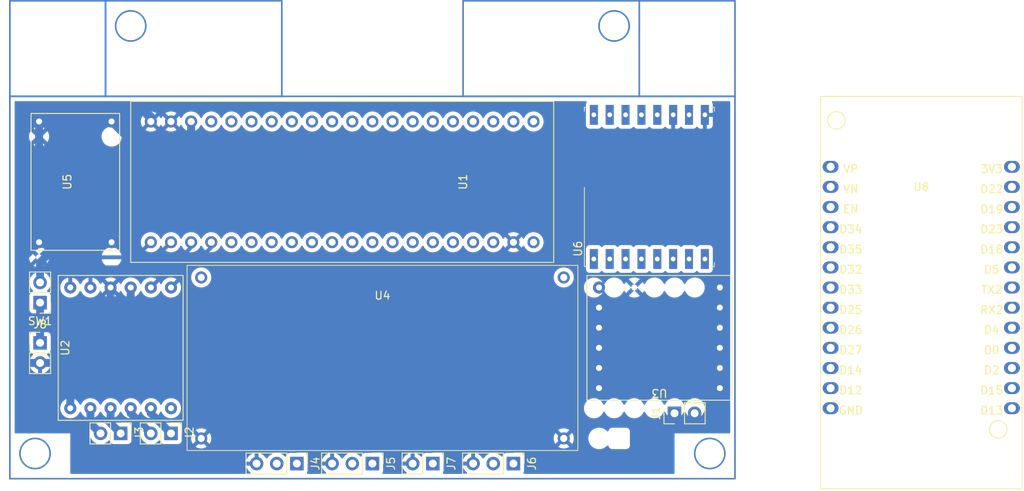
<source format=kicad_pcb>
(kicad_pcb (version 20221018) (generator pcbnew)
  (layers (0 "F.Cu" signal) (31 "B.Cu" signal) (34 "B.Paste" user) (35 "F.Paste" user) (36 "B.SilkS" user "B.Silkscreen") (37 "F.SilkS" user "F.Silkscreen") (38 "B.Mask" user) (39 "F.Mask" user) (44 "Edge.Cuts" user))
  (net 0 "")
  (net 1 "Net-(J1-Pin_1)")
  (net 2 "Net-(J1-Pin_2)")
  (net 3 "Net-(J2-Pin_1)")
  (net 4 "Net-(J2-Pin_2)")
  (net 5 "Net-(J3-Pin_1)")
  (net 6 "Net-(J3-Pin_2)")
  (net 7 "/SERVO 1")
  (net 8 "/+BATT SW")
  (net 9 "GND")
  (net 10 "/SERVO 2")
  (net 11 "/ESC")
  (net 13 "+BATT")
  (net 14 "+3V3")
  (net 17 "/M B1")
  (net 18 "/M B2")
  (net 19 "/M C1")
  (net 20 "/M C2")
  (net 21 "/NSS")
  (net 22 "/SCK")
  (net 23 "/MISO")
  (net 24 "/MOSI")
  (net 30 "/AUX")
  (net 31 "/INTER")
  (net 32 "/RESET")
  (net 36 "/SLEEP")
  (net 37 "/M A1")
  (net 38 "/M A2")
  (net 41 "+12V")
  (footprint "Connector_PinHeader_2.54mm:PinHeader_1x03_P2.54mm_Vertical" (layer "F.Cu") (at 104.775 118.11 -90)
    (fp_text reference "J4" (at 0 -2.33 90) (layer "F.SilkS"))
    (fp_text value "Servo")
    (fp_line (start -1.33 -1.33) (end 0 -1.33) (stroke (width 0.12)) (layer "F.SilkS"))
    (fp_line (start -1.33 0) (end -1.33 -1.33) (stroke (width 0.12)) (layer "F.SilkS"))
    (fp_line (start -1.33 1.27) (end -1.33 6.41) (stroke (width 0.12)) (layer "F.SilkS"))
    (fp_line (start -1.33 1.27) (end 1.33 1.27) (stroke (width 0.12)) (layer "F.SilkS"))
    (fp_line (start -1.33 6.41) (end 1.33 6.41) (stroke (width 0.12)) (layer "F.SilkS"))
    (fp_line (start 1.33 1.27) (end 1.33 6.41) (stroke (width 0.12)) (layer "F.SilkS"))
    (pad "1" thru_hole rect (at 0 0 270) (size 1.7 1.7) (drill 1) (layers "*.Cu" "*.Mask") (net 7 "/SERVO 1"))
    (pad "2" thru_hole oval (at 0 2.54 270) (size 1.7 1.7) (drill 1) (layers "*.Cu" "*.Mask") (net 8 "/+BATT SW"))
    (pad "3" thru_hole oval (at 0 5.08 270) (size 1.7 1.7) (drill 1) (layers "*.Cu" "*.Mask") (net 9 "GND"))
  )
  (footprint "Connector_PinHeader_2.54mm:PinHeader_1x03_P2.54mm_Vertical" (layer "F.Cu") (at 114.3 118.11 -90)
    (fp_text reference "J5" (at 0 -2.33 90) (layer "F.SilkS"))
    (fp_text value "Servo")
    (fp_line (start -1.33 -1.33) (end 0 -1.33) (stroke (width 0.12)) (layer "F.SilkS"))
    (fp_line (start -1.33 0) (end -1.33 -1.33) (stroke (width 0.12)) (layer "F.SilkS"))
    (fp_line (start -1.33 1.27) (end -1.33 6.41) (stroke (width 0.12)) (layer "F.SilkS"))
    (fp_line (start -1.33 1.27) (end 1.33 1.27) (stroke (width 0.12)) (layer "F.SilkS"))
    (fp_line (start -1.33 6.41) (end 1.33 6.41) (stroke (width 0.12)) (layer "F.SilkS"))
    (fp_line (start 1.33 1.27) (end 1.33 6.41) (stroke (width 0.12)) (layer "F.SilkS"))
    (pad "1" thru_hole rect (at 0 0 270) (size 1.7 1.7) (drill 1) (layers "*.Cu" "*.Mask") (net 10 "/SERVO 2"))
    (pad "2" thru_hole oval (at 0 2.54 270) (size 1.7 1.7) (drill 1) (layers "*.Cu" "*.Mask") (net 8 "/+BATT SW"))
    (pad "3" thru_hole oval (at 0 5.08 270) (size 1.7 1.7) (drill 1) (layers "*.Cu" "*.Mask") (net 9 "GND"))
  )
  (footprint "Connector_PinHeader_2.54mm:PinHeader_1x02_P2.54mm_Vertical" (layer "F.Cu") (at 72.39 97.795 180)
    (fp_text reference "SW1" (at 0 -2.33) (layer "F.SilkS"))
    (fp_text value "MAIN_CUTOFF")
    (fp_line (start -1.33 -1.33) (end 0 -1.33) (stroke (width 0.12)) (layer "F.SilkS"))
    (fp_line (start -1.33 0) (end -1.33 -1.33) (stroke (width 0.12)) (layer "F.SilkS"))
    (fp_line (start -1.33 1.27) (end -1.33 3.87) (stroke (width 0.12)) (layer "F.SilkS"))
    (fp_line (start -1.33 1.27) (end 1.33 1.27) (stroke (width 0.12)) (layer "F.SilkS"))
    (fp_line (start -1.33 3.87) (end 1.33 3.87) (stroke (width 0.12)) (layer "F.SilkS"))
    (fp_line (start 1.33 1.27) (end 1.33 3.87) (stroke (width 0.12)) (layer "F.SilkS"))
    (pad "1" thru_hole rect (at 0 0 180) (size 1.7 1.7) (drill 1) (layers "*.Cu" "*.Mask") (net 13 "+BATT"))
    (pad "2" thru_hole oval (at 0 2.54 180) (size 1.7 1.7) (drill 1) (layers "*.Cu" "*.Mask") (net 8 "/+BATT SW"))
  )
  (footprint "Connector_PinHeader_2.54mm:PinHeader_1x02_P2.54mm_Vertical" (layer "F.Cu") (at 152.395 111.76 90)
    (fp_text reference "J1" (at 0 -2.33 90) (layer "F.SilkS"))
    (fp_text value "Motor_C")
    (fp_line (start -1.33 -1.33) (end 0 -1.33) (stroke (width 0.12)) (layer "F.SilkS"))
    (fp_line (start -1.33 0) (end -1.33 -1.33) (stroke (width 0.12)) (layer "F.SilkS"))
    (fp_line (start -1.33 1.27) (end -1.33 3.87) (stroke (width 0.12)) (layer "F.SilkS"))
    (fp_line (start -1.33 1.27) (end 1.33 1.27) (stroke (width 0.12)) (layer "F.SilkS"))
    (fp_line (start -1.33 3.87) (end 1.33 3.87) (stroke (width 0.12)) (layer "F.SilkS"))
    (fp_line (start 1.33 1.27) (end 1.33 3.87) (stroke (width 0.12)) (layer "F.SilkS"))
    (pad "1" thru_hole rect (at 0 0 90) (size 1.7 1.7) (drill 1) (layers "*.Cu" "*.Mask") (net 1 "Net-(J1-Pin_1)"))
    (pad "2" thru_hole oval (at 0 2.54 90) (size 1.7 1.7) (drill 1) (layers "*.Cu" "*.Mask") (net 2 "Net-(J1-Pin_2)"))
  )
  (footprint "My_Library:XL60019 Boost Module" (layer "F.Cu") (at 115.57 104.521)
    (fp_text reference "U4" (at 0 -7.62 unlocked) (layer "F.SilkS"))
    (fp_text value "XL60019_Boost_Module")
    (fp_rect (start -24.638 -11.43) (end 24.638 11.938) (stroke (width 0.1)) (fill none) (layer "F.SilkS"))
    (pad "1" thru_hole circle (at -22.86 10.414) (size 1.524 1.524) (drill 0.9) (layers "*.Cu" "*.Mask") (net 9 "GND"))
    (pad "2" thru_hole circle (at -22.86 -9.906) (size 1.524 1.524) (drill 0.9) (layers "*.Cu" "*.Mask") (net 8 "/+BATT SW"))
    (pad "3" thru_hole circle (at 22.86 10.414) (size 1.524 1.524) (drill 0.9) (layers "*.Cu" "*.Mask") (net 9 "GND"))
    (pad "4" thru_hole circle (at 22.86 -9.906) (size 1.524 1.524) (drill 0.9) (layers "*.Cu" "*.Mask") (net 41 "+12V"))
  )
  (footprint "My_Library:HOPERF_RFM69HW" (layer "F.Cu") (at 149.225 83.185 90)
    (fp_text reference "U6" (at -7.8 -9 90) (layer "F.SilkS"))
    (fp_text value "RFM69HW")
    (fp_line (start -10.05 -8.2) (end -10.05 -7.8) (stroke (width 0.1)) (layer "F.SilkS"))
    (fp_line (start -10.05 -8.2) (end -0.05 -8.2) (stroke (width 0.1)) (layer "F.SilkS"))
    (fp_line (start -10.05 7.8) (end -10.05 8.2) (stroke (width 0.1)) (layer "F.SilkS"))
    (fp_line (start -10.05 8.2) (end -9.55 8.2) (stroke (width 0.1)) (layer "F.SilkS"))
    (fp_line (start 9.55 -8.2) (end 10.05 -8.2) (stroke (width 0.1)) (layer "F.SilkS"))
    (fp_line (start 9.55 8.2) (end 10.05 8.2) (stroke (width 0.1)) (layer "F.SilkS"))
    (fp_line (start 10.05 -8.2) (end 10.05 -7.8) (stroke (width 0.1)) (layer "F.SilkS"))
    (fp_line (start 10.05 7.8) (end 10.05 8.2) (stroke (width 0.1)) (layer "F.SilkS"))
    (pad "1" thru_hole rect (at -9.1 -7 90) (size 2.5 1) (drill 0.6) (layers "*.Cu" "*.Mask") (net 32 "/RESET"))
    (pad "2" thru_hole rect (at -9.1 -5 90) (size 2.5 1) (drill 0.6) (layers "*.Cu" "*.Mask") (net 31 "/INTER"))
    (pad "3" thru_hole rect (at -9.1 -3 90) (size 2.5 1) (drill 0.6) (layers "*.Cu" "*.Mask"))
    (pad "4" thru_hole rect (at -9.1 -1 90) (size 2.5 1) (drill 0.6) (layers "*.Cu" "*.Mask"))
    (pad "5" thru_hole rect (at -9.1 1 90) (size 2.5 1) (drill 0.6) (layers "*.Cu" "*.Mask"))
    (pad "6" thru_hole rect (at -9.1 3 90) (size 2.5 1) (drill 0.6) (layers "*.Cu" "*.Mask") (net 30 "/AUX"))
    (pad "7" thru_hole rect (at -9.1 5 90) (size 2.5 1) (drill 0.6) (layers "*.Cu" "*.Mask"))
    (pad "8" thru_hole rect (at -9.1 7 90) (size 2.5 1) (drill 0.6) (layers "*.Cu" "*.Mask") (net 14 "+3V3"))
    (pad "9" thru_hole rect (at 9.1 7 90) (size 2.5 1) (drill 0.6) (layers "*.Cu" "*.Mask") (net 9 "GND"))
    (pad "10" thru_hole rect (at 9.1 5 90) (size 2.5 1) (drill 0.6) (layers "*.Cu" "*.Mask"))
    (pad "11" thru_hole rect (at 9.1 3 90) (size 2.5 1) (drill 0.6) (layers "*.Cu" "*.Mask") (net 9 "GND"))
    (pad "12" thru_hole rect (at 9.1 1 90) (size 2.5 1) (drill 0.6) (layers "*.Cu" "*.Mask") (net 22 "/SCK"))
    (pad "13" thru_hole rect (at 9.1 -1 90) (size 2.5 1) (drill 0.6) (layers "*.Cu" "*.Mask") (net 23 "/MISO"))
    (pad "14" thru_hole rect (at 9.1 -3 90) (size 2.5 1) (drill 0.6) (layers "*.Cu" "*.Mask") (net 24 "/MOSI"))
    (pad "15" thru_hole rect (at 9.1 -5 90) (size 2.5 1) (drill 0.6) (layers "*.Cu" "*.Mask") (net 21 "/NSS"))
    (pad "16" thru_hole rect (at 9.1 -7 90) (size 2.5 1) (drill 0.6) (layers "*.Cu" "*.Mask"))
  )
  (footprint "Connector_PinHeader_2.54mm:PinHeader_1x02_P2.54mm_Vertical" (layer "F.Cu") (at 88.9 114.3 -90)
    (fp_text reference "J2" (at 0 -2.33 90) (layer "F.SilkS"))
    (fp_text value "Motor_B")
    (fp_line (start -1.33 -1.33) (end 0 -1.33) (stroke (width 0.12)) (layer "F.SilkS"))
    (fp_line (start -1.33 0) (end -1.33 -1.33) (stroke (width 0.12)) (layer "F.SilkS"))
    (fp_line (start -1.33 1.27) (end -1.33 3.87) (stroke (width 0.12)) (layer "F.SilkS"))
    (fp_line (start -1.33 1.27) (end 1.33 1.27) (stroke (width 0.12)) (layer "F.SilkS"))
    (fp_line (start -1.33 3.87) (end 1.33 3.87) (stroke (width 0.12)) (layer "F.SilkS"))
    (fp_line (start 1.33 1.27) (end 1.33 3.87) (stroke (width 0.12)) (layer "F.SilkS"))
    (pad "1" thru_hole rect (at 0 0 270) (size 1.7 1.7) (drill 1) (layers "*.Cu" "*.Mask") (net 3 "Net-(J2-Pin_1)"))
    (pad "2" thru_hole oval (at 0 2.54 270) (size 1.7 1.7) (drill 1) (layers "*.Cu" "*.Mask") (net 4 "Net-(J2-Pin_2)"))
  )
  (footprint "Connector_PinHeader_2.54mm:PinHeader_1x02_P2.54mm_Vertical" (layer "F.Cu") (at 82.555 114.3 -90)
    (fp_text reference "J3" (at 0 -2.33 90) (layer "F.SilkS"))
    (fp_text value "Motor_A")
    (fp_line (start -1.33 -1.33) (end 0 -1.33) (stroke (width 0.12)) (layer "F.SilkS"))
    (fp_line (start -1.33 0) (end -1.33 -1.33) (stroke (width 0.12)) (layer "F.SilkS"))
    (fp_line (start -1.33 1.27) (end -1.33 3.87) (stroke (width 0.12)) (layer "F.SilkS"))
    (fp_line (start -1.33 1.27) (end 1.33 1.27) (stroke (width 0.12)) (layer "F.SilkS"))
    (fp_line (start -1.33 3.87) (end 1.33 3.87) (stroke (width 0.12)) (layer "F.SilkS"))
    (fp_line (start 1.33 1.27) (end 1.33 3.87) (stroke (width 0.12)) (layer "F.SilkS"))
    (pad "1" thru_hole rect (at 0 0 270) (size 1.7 1.7) (drill 1) (layers "*.Cu" "*.Mask") (net 5 "Net-(J3-Pin_1)"))
    (pad "2" thru_hole oval (at 0 2.54 270) (size 1.7 1.7) (drill 1) (layers "*.Cu" "*.Mask") (net 6 "Net-(J3-Pin_2)"))
  )
  (footprint "My_Library:HW-627" (layer "F.Cu") (at 150.495 103.505 180)
    (fp_text reference "U3" (at 0 -5.715 180 unlocked) (layer "F.SilkS"))
    (fp_text value "~")
    (fp_rect (start -9.144 -6.604) (end 9.144 9.144) (stroke (width 0.12)) (fill none) (layer "F.SilkS"))
    (pad "1" thru_hole circle (at -7.62 -5.08 180) (size 1.524 1.524) (drill 0.762) (layers "*.Cu" "*.Mask") (net 41 "+12V"))
    (pad "2" thru_hole circle (at -7.62 -2.54 180) (size 1.524 1.524) (drill 0.762) (layers "*.Cu" "*.Mask") (net 2 "Net-(J1-Pin_2)"))
    (pad "3" thru_hole circle (at -7.62 0 180) (size 1.524 1.524) (drill 0.762) (layers "*.Cu" "*.Mask") (net 1 "Net-(J1-Pin_1)"))
    (pad "4" thru_hole circle (at -7.62 2.54 180) (size 1.524 1.524) (drill 0.762) (layers "*.Cu" "*.Mask"))
    (pad "5" thru_hole circle (at -7.62 5.08 180) (size 1.524 1.524) (drill 0.762) (layers "*.Cu" "*.Mask"))
    (pad "6" thru_hole circle (at -7.62 7.62 180) (size 1.524 1.524) (drill 0.762) (layers "*.Cu" "*.Mask"))
    (pad "7" thru_hole circle (at 7.62 7.62 180) (size 1.524 1.524) (drill 0.762) (layers "*.Cu" "*.Mask") (net 19 "/M C1"))
    (pad "8" thru_hole circle (at 7.62 5.08 180) (size 1.524 1.524) (drill 0.762) (layers "*.Cu" "*.Mask") (net 20 "/M C2"))
    (pad "9" thru_hole circle (at 7.62 2.54 180) (size 1.524 1.524) (drill 0.762) (layers "*.Cu" "*.Mask") (net 41 "+12V"))
    (pad "10" thru_hole circle (at 7.62 0 180) (size 1.524 1.524) (drill 0.762) (layers "*.Cu" "*.Mask") (net 9 "GND"))
    (pad "11" thru_hole circle (at 7.62 -2.54 180) (size 1.524 1.524) (drill 0.762) (layers "*.Cu" "*.Mask"))
    (pad "12" thru_hole circle (at 7.62 -5.08 180) (size 1.524 1.524) (drill 0.762) (layers "*.Cu" "*.Mask"))
  )
  (footprint "Connector_PinHeader_2.54mm:PinHeader_1x03_P2.54mm_Vertical" (layer "F.Cu") (at 132.08 118.11 -90)
    (fp_text reference "J6" (at 0 -2.33 90) (layer "F.SilkS"))
    (fp_text value "ESC")
    (fp_line (start -1.33 -1.33) (end 0 -1.33) (stroke (width 0.12)) (layer "F.SilkS"))
    (fp_line (start -1.33 0) (end -1.33 -1.33) (stroke (width 0.12)) (layer "F.SilkS"))
    (fp_line (start -1.33 1.27) (end -1.33 6.41) (stroke (width 0.12)) (layer "F.SilkS"))
    (fp_line (start -1.33 1.27) (end 1.33 1.27) (stroke (width 0.12)) (layer "F.SilkS"))
    (fp_line (start -1.33 6.41) (end 1.33 6.41) (stroke (width 0.12)) (layer "F.SilkS"))
    (fp_line (start 1.33 1.27) (end 1.33 6.41) (stroke (width 0.12)) (layer "F.SilkS"))
    (pad "1" thru_hole rect (at 0 0 270) (size 1.7 1.7) (drill 1) (layers "*.Cu" "*.Mask") (net 11 "/ESC"))
    (pad "2" thru_hole oval (at 0 2.54 270) (size 1.7 1.7) (drill 1) (layers "*.Cu" "*.Mask"))
    (pad "3" thru_hole oval (at 0 5.08 270) (size 1.7 1.7) (drill 1) (layers "*.Cu" "*.Mask") (net 9 "GND"))
  )
  (footprint "My_Library:HW-627" (layer "F.Cu") (at 81.28 103.505 90)
    (fp_text reference "U2" (at 0 -5.715 90 unlocked) (layer "F.SilkS"))
    (fp_text value "~")
    (fp_rect (start -9.144 -6.604) (end 9.144 9.144) (stroke (width 0.12)) (fill none) (layer "F.SilkS"))
    (pad "1" thru_hole circle (at -7.62 -5.08 90) (size 1.524 1.524) (drill 0.762) (layers "*.Cu" "*.Mask") (net 41 "+12V"))
    (pad "2" thru_hole circle (at -7.62 -2.54 90) (size 1.524 1.524) (drill 0.762) (layers "*.Cu" "*.Mask") (net 6 "Net-(J3-Pin_2)"))
    (pad "3" thru_hole circle (at -7.62 0 90) (size 1.524 1.524) (drill 0.762) (layers "*.Cu" "*.Mask") (net 5 "Net-(J3-Pin_1)"))
    (pad "4" thru_hole circle (at -7.62 2.54 90) (size 1.524 1.524) (drill 0.762) (layers "*.Cu" "*.Mask") (net 4 "Net-(J2-Pin_2)"))
    (pad "5" thru_hole circle (at -7.62 5.08 90) (size 1.524 1.524) (drill 0.762) (layers "*.Cu" "*.Mask") (net 3 "Net-(J2-Pin_1)"))
    (pad "6" thru_hole circle (at -7.62 7.62 90) (size 1.524 1.524) (drill 0.762) (layers "*.Cu" "*.Mask"))
    (pad "7" thru_hole circle (at 7.62 7.62 90) (size 1.524 1.524) (drill 0.762) (layers "*.Cu" "*.Mask") (net 37 "/M A1"))
    (pad "8" thru_hole circle (at 7.62 5.08 90) (size 1.524 1.524) (drill 0.762) (layers "*.Cu" "*.Mask") (net 38 "/M A2"))
    (pad "9" thru_hole circle (at 7.62 2.54 90) (size 1.524 1.524) (drill 0.762) (layers "*.Cu" "*.Mask") (net 41 "+12V"))
    (pad "10" thru_hole circle (at 7.62 0 90) (size 1.524 1.524) (drill 0.762) (layers "*.Cu" "*.Mask") (net 9 "GND"))
    (pad "11" thru_hole circle (at 7.62 -2.54 90) (size 1.524 1.524) (drill 0.762) (layers "*.Cu" "*.Mask") (net 17 "/M B1"))
    (pad "12" thru_hole circle (at 7.62 -5.08 90) (size 1.524 1.524) (drill 0.762) (layers "*.Cu" "*.Mask") (net 18 "/M B2"))
  )
  (footprint "My_Library:blue_pill" (layer "F.Cu") (at 109.22 82.55 90)
    (fp_text reference "U1" (at 0 16.51 90) (layer "F.SilkS"))
    (fp_text value "BP")
    (fp_rect (start -10.16 -25.4) (end 10.16 27.94) (stroke (width 0.12)) (fill none) (layer "F.SilkS"))
    (pad "3V3" thru_hole circle (at -7.62 25.4 90) (size 1.524 1.524) (drill 0.9) (layers "*.Cu" "*.Mask") (net 14 "+3V3"))
    (pad "3V3" smd circle (at -3.81 22.86 90) (size 1.524 1.524) (layers "F.Cu" "F.Paste" "F.Mask") (net 14 "+3V3"))
    (pad "3V3" smd circle (at 1.27 -10.16 90) (size 1.524 1.524) (layers "F.Cu" "F.Paste" "F.Mask") (net 14 "+3V3"))
    (pad "3V3" smd circle (at 3.81 -10.16 90) (size 1.524 1.524) (layers "F.Cu" "F.Paste" "F.Mask") (net 14 "+3V3"))
    (pad "3V3" thru_hole circle (at 7.62 -17.78 90) (size 1.524 1.524) (drill 0.9) (layers "*.Cu" "*.Mask") (net 14 "+3V3"))
    (pad "5V" thru_hole circle (at -7.62 20.32 90) (size 1.524 1.524) (drill 0.9) (layers "*.Cu" "*.Mask"))
    (pad "BOOT" smd circle (at 3.81 -12.7 90) (size 1.524 1.524) (layers "F.Cu" "F.Paste" "F.Mask"))
    (pad "G" thru_hole circle (at -7.62 22.86 90) (size 1.524 1.524) (drill 0.9) (layers "*.Cu" "*.Mask") (net 9 "GND"))
    (pad "G" smd circle (at 1.27 -15.24 90) (size 1.524 1.524) (layers "F.Cu" "F.Paste" "F.Mask") (net 9 "GND"))
    (pad "G" smd circle (at 3.81 -15.24 90) (size 1.524 1.524) (layers "F.Cu" "F.Paste" "F.Mask") (net 9 "GND"))
    (pad "G" smd circle (at 3.81 22.86 90) (size 1.524 1.524) (layers "F.Cu" "F.Paste" "F.Mask") (net 9 "GND"))
    (pad "G" thru_hole circle (at 7.62 -22.86 90) (size 1.524 1.524) (drill 0.9) (layers "*.Cu" "*.Mask") (net 9 "GND"))
    (pad "G" thru_hole circle (at 7.62 -20.32 90) (size 1.524 1.524) (drill 0.9) (layers "*.Cu" "*.Mask") (net 9 "GND"))
    (pad "NRST" thru_hole circle (at 7.62 -15.24 90) (size 1.524 1.524) (drill 0.9) (layers "*.Cu" "*.Mask"))
    (pad "PA0" thru_hole circle (at 7.62 15.24 90) (size 1.524 1.524) (drill 0.9) (layers "*.Cu" "*.Mask"))
    (pad "PA1" thru_hole circle (at 7.62 12.7 90) (size 1.524 1.524) (drill 0.9) (layers "*.Cu" "*.Mask"))
    (pad "PA2" thru_hole circle (at 7.62 10.16 90) (size 1.524 1.524) (drill 0.9) (layers "*.Cu" "*.Mask"))
    (pad "PA3" thru_hole circle (at 7.62 7.62 90) (size 1.524 1.524) (drill 0.9) (layers "*.Cu" "*.Mask"))
    (pad "PA4" thru_hole circle (at 7.62 5.08 90) (size 1.524 1.524) (drill 0.9) (layers "*.Cu" "*.Mask") (net 21 "/NSS"))
    (pad "PA5" thru_hole circle (at 7.62 2.54 90) (size 1.524 1.524) (drill 0.9) (layers "*.Cu" "*.Mask") (net 22 "/SCK"))
    (pad "PA6" thru_hole circle (at 7.62 0 90) (size 1.524 1.524) (drill 0.9) (layers "*.Cu" "*.Mask") (net 23 "/MISO"))
    (pad "PA7" thru_hole circle (at 7.62 -2.54 90) (size 1.524 1.524) (drill 0.9) (layers "*.Cu" "*.Mask") (net 24 "/MOSI"))
    (pad "PA8" thru_hole circle (at -7.62 -12.7 90) (size 1.524 1.524) (drill 0.9) (layers "*.Cu" "*.Mask") (net 10 "/SERVO 2"))
    (pad "PA9" thru_hole circle (at -7.62 -10.16 90) (size 1.524 1.524) (drill 0.9) (layers "*.Cu" "*.Mask") (net 7 "/SERVO 1"))
    (pad "PA10" thru_hole circle (at -7.62 -7.62 90) (size 1.524 1.524) (drill 0.9) (layers "*.Cu" "*.Mask") (net 11 "/ESC"))
    (pad "PA11" thru_hole circle (at -7.62 -5.08 90) (size 1.524 1.524) (drill 0.9) (layers "*.Cu" "*.Mask"))
    (pad "PA12" thru_hole circle (at -7.62 -2.54 90) (size 1.524 1.524) (drill 0.9) (layers "*.Cu" "*.Mask"))
    (pad "PA15" thru_hole circle (at -7.62 0 90) (size 1.524 1.524) (drill 0.9) (layers "*.Cu" "*.Mask"))
    (pad "PB0" thru_hole circle (at 7.62 -5.08 90) (size 1.524 1.524) (drill 0.9) (layers "*.Cu" "*.Mask"))
    (pad "PB1" thru_hole circle (at 7.62 -7.62 90) (size 1.524 1.524) (drill 0.9) (layers "*.Cu" "*.Mask"))
    (pad "PB2" smd circle (at 1.27 -12.7 90) (size 1.524 1.524) (layers "F.Cu" "F.Paste" "F.Mask"))
    (pad "PB3" thru_hole circle (at -7.62 2.54 90) (size 1.524 1.524) (drill 0.9) (layers "*.Cu" "*.Mask") (net 30 "/AUX"))
    (pad "PB4" thru_hole circle (at -7.62 5.08 90) (size 1.524 1.524) (drill 0.9) (layers "*.Cu" "*.Mask") (net 31 "/INTER"))
    (pad "PB5" thru_hole circle (at -7.62 7.62 90) (size 1.524 1.524) (drill 0.9) (layers "*.Cu" "*.Mask") (net 32 "/RESET"))
    (pad "PB6" thru_hole circle (at -7.62 10.16 90) (size 1.524 1.524) (drill 0.9) (layers "*.Cu" "*.Mask"))
    (pad "PB7" thru_hole circle (at -7.62 12.7 90) (size 1.524 1.524) (drill 0.9) (layers "*.Cu" "*.Mask"))
    (pad "PB8" thru_hole circle (at -7.62 15.24 90) (size 1.524 1.524) (drill 0.9) (layers "*.Cu" "*.Mask") (net 20 "/M C2"))
    (pad "PB9" thru_hole circle (at -7.62 17.78 90) (size 1.524 1.524) (drill 0.9) (layers "*.Cu" "*.Mask") (net 19 "/M C1"))
    (pad "PB10" thru_hole circle (at 7.62 -10.16 90) (size 1.524 1.524) (drill 0.9) (layers "*.Cu" "*.Mask"))
    (pad "PB11" thru_hole circle (at 7.62 -12.7 90) (size 1.524 1.524) (drill 0.9) (layers "*.Cu" "*.Mask"))
    (pad "PB12" thru_hole circle (at -7.62 -22.86 90) (size 1.524 1.524) (drill 0.9) (layers "*.Cu" "*.Mask") (net 18 "/M B2"))
    (pad "PB13" thru_hole circle (at -7.62 -20.32 90) (size 1.524 1.524) (drill 0.9) (layers "*.Cu" "*.Mask") (net 17 "/M B1"))
    (pad "PB14" thru_hole circle (at -7.62 -17.78 90) (size 1.524 1.524) (drill 0.9) (layers "*.Cu" "*.Mask") (net 38 "/M A2"))
    (pad "PB15" thru_hole circle (at -7.62 -15.24 90) (size 1.524 1.524) (drill 0.9) (layers "*.Cu" "*.Mask") (net 37 "/M A1"))
    (pad "PC13" thru_hole circle (at 7.62 22.86 90) (size 1.524 1.524) (drill 0.9) (layers "*.Cu" "*.Mask") (net 36 "/SLEEP"))
    (pad "PC14" thru_hole circle (at 7.62 20.32 90) (size 1.524 1.524) (drill 0.9) (layers "*.Cu" "*.Mask"))
    (pad "PC15" thru_hole circle (at 7.62 17.78 90) (size 1.524 1.524) (drill 0.9) (layers "*.Cu" "*.Mask"))
    (pad "SCK" smd circle (at 1.27 22.86 90) (size 1.524 1.524) (layers "F.Cu" "F.Paste" "F.Mask"))
    (pad "SWO" smd circle (at -1.27 22.86 90) (size 1.524 1.524) (layers "F.Cu" "F.Paste" "F.Mask"))
    (pad "VBAT" thru_hole circle (at 7.62 25.4 90) (size 1.524 1.524) (drill 0.9) (layers "*.Cu" "*.Mask"))
  )
  (footprint "Connector_PinHeader_2.54mm:PinHeader_1x02_P2.54mm_Vertical" (layer "F.Cu") (at 121.92 118.11 -90)
    (fp_text reference "J7" (at 0 -2.33 90) (layer "F.SilkS"))
    (fp_text value "ESC_PWR")
    (fp_line (start -1.33 -1.33) (end 0 -1.33) (stroke (width 0.12)) (layer "F.SilkS"))
    (fp_line (start -1.33 0) (end -1.33 -1.33) (stroke (width 0.12)) (layer "F.SilkS"))
    (fp_line (start -1.33 1.27) (end -1.33 3.87) (stroke (width 0.12)) (layer "F.SilkS"))
    (fp_line (start -1.33 1.27) (end 1.33 1.27) (stroke (width 0.12)) (layer "F.SilkS"))
    (fp_line (start -1.33 3.87) (end 1.33 3.87) (stroke (width 0.12)) (layer "F.SilkS"))
    (fp_line (start 1.33 1.27) (end 1.33 3.87) (stroke (width 0.12)) (layer "F.SilkS"))
    (pad "1" thru_hole rect (at 0 0 270) (size 1.7 1.7) (drill 1) (layers "*.Cu" "*.Mask") (net 8 "/+BATT SW"))
    (pad "2" thru_hole oval (at 0 2.54 270) (size 1.7 1.7) (drill 1) (layers "*.Cu" "*.Mask") (net 9 "GND"))
  )
  (footprint "Espressif:ESP32-LOLIN32-Lite" (layer "F.Cu") (at 183.515 95.885)
    (fp_text reference "U8" (at 0 -12.7 unlocked) (layer "F.SilkS"))
    (fp_text value "ESP32-LOLIN32-Lite")
    (fp_text user "D15" (at 8.89 12.975 unlocked) (layer "F.SilkS"))
    (fp_text user "D23" (at 8.89 -7.345 unlocked) (layer "F.SilkS"))
    (fp_text user "VN" (at -8.89 -12.425 unlocked) (layer "F.SilkS"))
    (fp_text user "D14" (at -8.89 10.435 unlocked) (layer "F.SilkS"))
    (fp_text user "3V3" (at 8.89 -14.965 unlocked) (layer "F.SilkS"))
    (fp_text user "D4" (at 8.89 5.355 unlocked) (layer "F.SilkS"))
    (fp_text user "D19" (at 8.89 -9.885 unlocked) (layer "F.SilkS"))
    (fp_text user "GND" (at -8.89 15.515 unlocked) (layer "F.SilkS"))
    (fp_text user "D33" (at -8.89 0.275 unlocked) (layer "F.SilkS"))
    (fp_text user "EN" (at -8.89 -9.885 unlocked) (layer "F.SilkS"))
    (fp_text user "D18" (at 8.89 -4.805 unlocked) (layer "F.SilkS"))
    (fp_text user "D22" (at 8.89 -12.425 unlocked) (layer "F.SilkS"))
    (fp_text user "D32" (at -8.89 -2.265 unlocked) (layer "F.SilkS"))
    (fp_text user "D26" (at -8.89 5.355 unlocked) (layer "F.SilkS"))
    (fp_text user "TX2" (at 8.89 0.275 unlocked) (layer "F.SilkS"))
    (fp_text user "D13" (at 8.89 15.515 unlocked) (layer "F.SilkS"))
    (fp_text user "D2" (at 8.89 10.435 unlocked) (layer "F.SilkS"))
    (fp_text user "D27" (at -8.89 7.895 unlocked) (layer "F.SilkS"))
    (fp_text user "D5" (at 8.89 -2.265 unlocked) (layer "F.SilkS"))
    (fp_text user "D35" (at -8.89 -4.805 unlocked) (layer "F.SilkS"))
    (fp_text user "VP" (at -8.89 -14.965 unlocked) (layer "F.SilkS"))
    (fp_text user "D0" (at 8.89 7.895 unlocked) (layer "F.SilkS"))
    (fp_text user "D34" (at -8.89 -7.345 unlocked) (layer "F.SilkS"))
    (fp_text user "RX2" (at 8.89 2.815 unlocked) (layer "F.SilkS"))
    (fp_text user "D25" (at -8.89 2.815 unlocked) (layer "F.SilkS"))
    (fp_text user "D12" (at -8.89 12.975 unlocked) (layer "F.SilkS"))
    (fp_rect (start -12.7 25.4) (end 12.7 -24.13) (stroke (width 0.12)) (fill none) (layer "F.SilkS"))
    (fp_circle (center -10.7 -21.1) (end -10.7 -22.2) (stroke (width 0.12)) (fill none) (layer "F.SilkS"))
    (fp_circle (center 9.7 17.9) (end 9.7 16.8) (stroke (width 0.12)) (fill none) (layer "F.SilkS"))
    (pad "5" thru_hole oval (at -11.43 -15.24) (size 2 1.5) (drill 1.02) (layers "*.Cu" "*.Mask"))
    (pad "8" thru_hole oval (at -11.43 -12.7) (size 2 1.5) (drill 1.02) (layers "*.Cu" "*.Mask"))
    (pad "9" thru_hole oval (at -11.43 -10.16) (size 2 1.5) (drill 1.02) (layers "*.Cu" "*.Mask"))
    (pad "10" thru_hole oval (at -11.43 -7.62) (size 2 1.5) (drill 1.02) (layers "*.Cu" "*.Mask"))
    (pad "11" thru_hole oval (at -11.43 -5.08) (size 2 1.5) (drill 1.02) (layers "*.Cu" "*.Mask"))
    (pad "12" thru_hole oval (at -11.43 -2.54) (size 2 1.5) (drill 1.02) (layers "*.Cu" "*.Mask") (net 23 "/MISO"))
    (pad "13" thru_hole oval (at -11.43 0) (size 2 1.5) (drill 1.02) (layers "*.Cu" "*.Mask") (net 24 "/MOSI"))
    (pad "14" thru_hole oval (at -11.43 2.54) (size 2 1.5) (drill 1.02) (layers "*.Cu" "*.Mask") (net 21 "/NSS"))
    (pad "15" thru_hole oval (at -11.43 5.08) (size 2 1.5) (drill 1.02) (layers "*.Cu" "*.Mask") (net 22 "/SCK"))
    (pad "16" thru_hole oval (at -11.43 7.62) (size 2 1.5) (drill 1.02) (layers "*.Cu" "*.Mask") (net 32 "/RESET"))
    (pad "17" thru_hole oval (at -11.43 10.16) (size 2 1.5) (drill 1.02) (layers "*.Cu" "*.Mask") (net 31 "/INTER"))
    (pad "18" thru_hole oval (at -11.43 12.7) (size 2 1.5) (drill 1.02) (layers "*.Cu" "*.Mask") (net 30 "/AUX"))
    (pad "19" thru_hole oval (at -11.43 15.24) (size 2 1.5) (drill 1.02) (layers "*.Cu" "*.Mask") (net 9 "GND"))
    (pad "20" thru_hole oval (at 11.43 15.24) (size 2 1.5) (drill 1.02) (layers "*.Cu" "*.Mask"))
    (pad "21" thru_hole oval (at 11.43 12.7) (size 2 1.5) (drill 1.02) (layers "*.Cu" "*.Mask"))
    (pad "22" thru_hole oval (at 11.43 10.16) (size 2 1.5) (drill 1.02) (layers "*.Cu" "*.Mask") (net 36 "/SLEEP"))
    (pad "23" thru_hole oval (at 11.43 7.62) (size 2 1.5) (drill 1.02) (layers "*.Cu" "*.Mask") (net 10 "/SERVO 2"))
    (pad "24" thru_hole oval (at 11.43 5.08) (size 2 1.5) (drill 1.02) (layers "*.Cu" "*.Mask") (net 7 "/SERVO 1"))
    (pad "25" thru_hole oval (at 11.43 2.54) (size 2 1.5) (drill 1.02) (layers "*.Cu" "*.Mask") (net 11 "/ESC"))
    (pad "27" thru_hole oval (at 11.43 0) (size 2 1.5) (drill 1.02) (layers "*.Cu" "*.Mask") (net 20 "/M C2"))
    (pad "34" thru_hole oval (at 11.43 -2.54) (size 2 1.5) (drill 1.02) (layers "*.Cu" "*.Mask") (net 19 "/M C1"))
    (pad "35" thru_hole oval (at 11.43 -5.08) (size 2 1.5) (drill 1.02) (layers "*.Cu" "*.Mask") (net 18 "/M B2"))
    (pad "36" thru_hole oval (at 11.43 -7.62) (size 2 1.5) (drill 1.02) (layers "*.Cu" "*.Mask") (net 17 "/M B1"))
    (pad "38" thru_hole oval (at 11.43 -10.16) (size 2 1.5) (drill 1.02) (layers "*.Cu" "*.Mask") (net 38 "/M A2"))
    (pad "39" thru_hole oval (at 11.43 -12.7) (size 2 1.5) (drill 1.02) (layers "*.Cu" "*.Mask") (net 37 "/M A1"))
    (pad "40" thru_hole oval (at 11.43 -15.24) (size 2 1.5) (drill 1.02) (layers "*.Cu" "*.Mask") (net 14 "+3V3"))
  )
  (footprint "Connector_PinHeader_2.54mm:PinHeader_1x02_P2.54mm_Vertical" (layer "F.Cu") (at 72.39 102.87)
    (fp_text reference "J8" (at 0 -2.33) (layer "F.SilkS"))
    (fp_text value "BATT_IN")
    (fp_line (start -1.33 -1.33) (end 0 -1.33) (stroke (width 0.12)) (layer "F.SilkS"))
    (fp_line (start -1.33 0) (end -1.33 -1.33) (stroke (width 0.12)) (layer "F.SilkS"))
    (fp_line (start -1.33 1.27) (end -1.33 3.87) (stroke (width 0.12)) (layer "F.SilkS"))
    (fp_line (start -1.33 1.27) (end 1.33 1.27) (stroke (width 0.12)) (layer "F.SilkS"))
    (fp_line (start -1.33 3.87) (end 1.33 3.87) (stroke (width 0.12)) (layer "F.SilkS"))
    (fp_line (start 1.33 1.27) (end 1.33 3.87) (stroke (width 0.12)) (layer "F.SilkS"))
    (pad "1" thru_hole rect (at 0 0) (size 1.7 1.7) (drill 1) (layers "*.Cu" "*.Mask") (net 13 "+BATT"))
    (pad "2" thru_hole oval (at 0 2.54) (size 1.7 1.7) (drill 1) (layers "*.Cu" "*.Mask") (net 9 "GND"))
  )
  (footprint "My_Library:Mini360" (layer "F.Cu") (at 76.835 82.55 90)
    (fp_text reference "U5" (at 0 -1.008 90 unlocked) (layer "F.SilkS"))
    (fp_text value "Mini360")
    (fp_rect (start 8.636 -5.588) (end -8.636 5.588) (stroke (width 0.12)) (fill none) (layer "F.SilkS"))
    (pad "1" thru_hole circle (at -7.62 -4.572 90) (size 1.524 1.524) (drill 0.762) (layers "*.Cu" "*.Mask") (net 9 "GND"))
    (pad "2" thru_hole circle (at -7.62 4.572 90) (size 1.524 1.524) (drill 0.762) (layers "*.Cu" "*.Mask") (net 8 "/+BATT SW"))
    (pad "3" thru_hole circle (at 7.62 -4.572 90) (size 1.524 1.524) (drill 0.762) (layers "*.Cu" "*.Mask") (net 9 "GND"))
    (pad "4" thru_hole circle (at 7.62 4.572 90) (size 1.524 1.524) (drill 0.762) (layers "*.Cu" "*.Mask") (net 14 "+3V3"))
  )
  (gr_circle (center 144.78 62.865) (end 144.78 60.96) (stroke (width 0.2)) (fill none) (layer "B.Cu"))
  (gr_rect (start 80.645 59.69) (end 102.87 71.755) (stroke (width 0.2)) (fill none) (layer "B.Cu"))
  (gr_rect (start 125.73 59.69) (end 147.955 71.755) (stroke (width 0.2)) (fill none) (layer "B.Cu"))
  (gr_circle (center 156.845 116.84) (end 156.845 114.935) (stroke (width 0.2)) (fill none) (layer "B.Cu"))
  (gr_circle (center 83.82 62.865) (end 83.82 60.96) (stroke (width 0.2)) (fill none) (layer "B.Cu"))
  (gr_rect (start 147.955 59.69) (end 160.02 71.755) (stroke (width 0.2)) (fill none) (layer "B.Cu"))
  (gr_circle (center 71.755 116.84) (end 71.755 114.935) (stroke (width 0.2)) (fill none) (layer "B.Cu"))
  (gr_rect (start 68.58 71.755) (end 160.02 120.015) (stroke (width 0.2)) (fill none) (layer "B.Cu"))
  (gr_rect (start 68.58 59.69) (end 80.645 71.755) (stroke (width 0.2)) (fill none) (layer "B.Cu"))
  (segment (start 86.36 111.76) (end 88.9 114.3) (width 1) (layer "B.Cu") (net 3))
  (segment (start 86.36 111.125) (end 86.36 111.76) (width 1) (layer "B.Cu") (net 3))
  (segment (start 83.82 111.125) (end 83.82 111.76) (width 1) (layer "B.Cu") (net 4))
  (segment (start 83.82 111.76) (end 86.36 114.3) (width 1) (layer "B.Cu") (net 4))
  (segment (start 82.555 114.3) (end 81.28 113.025) (width 1) (layer "B.Cu") (net 5))
  (segment (start 81.28 113.025) (end 81.28 111.125) (width 1) (layer "B.Cu") (net 5))
  (segment (start 78.74 113.03) (end 78.74 111.125) (width 1) (layer "B.Cu") (net 6))
  (segment (start 80.015 114.3) (end 80.01 114.3) (width 1) (layer "B.Cu") (net 6))
  (segment (start 80.01 114.3) (end 78.74 113.03) (width 1) (layer "B.Cu") (net 6))
  (segment (start 72.39 95.255) (end 72.39 92.71) (width 1) (layer "B.Cu") (net 8))
  (segment (start 74.93 90.17) (end 81.407 90.17) (width 1) (layer "B.Cu") (net 8))
  (segment (start 72.39 92.71) (end 74.93 90.17) (width 1) (layer "B.Cu") (net 8))
  (segment (start 69.85 104.775) (end 70.485 105.41) (width 1) (layer "B.Cu") (net 9))
  (segment (start 69.85 92.583) (end 69.85 104.775) (width 1) (layer "B.Cu") (net 9))
  (segment (start 70.485 105.41) (end 72.39 105.41) (width 1) (layer "B.Cu") (net 9))
  (segment (start 77.47 105.41) (end 81.28 101.6) (width 1) (layer "B.Cu") (net 9))
  (segment (start 86.36 74.295) (end 85.533 73.468) (width 1) (layer "B.Cu") (net 9))
  (segment (start 73.725 73.468) (end 72.263 74.93) (width 1) (layer "B.Cu") (net 9))
  (segment (start 85.533 73.468) (end 73.725 73.468) (width 1) (layer "B.Cu") (net 9))
  (segment (start 86.36 74.93) (end 86.36 74.295) (width 1) (layer "B.Cu") (net 9))
  (segment (start 72.263 74.93) (end 72.263 90.17) (width 1) (layer "B.Cu") (net 9))
  (segment (start 72.39 105.41) (end 77.47 105.41) (width 1) (layer "B.Cu") (net 9))
  (segment (start 81.28 101.6) (end 81.28 95.885) (width 1) (layer "B.Cu") (net 9))
  (segment (start 72.263 90.17) (end 69.85 92.583) (width 1) (layer "B.Cu") (net 9))
  (segment (start 72.39 102.87) (end 72.39 97.795) (width 1) (layer "B.Cu") (net 13))
  (segment (start 91.44 76.2) (end 91.44 74.93) (width 1) (layer "B.Cu") (net 14))
  (segment (start 81.407 74.93) (end 83.947 77.47) (width 1) (layer "B.Cu") (net 14))
  (segment (start 83.947 77.47) (end 90.17 77.47) (width 1) (layer "B.Cu") (net 14))
  (segment (start 90.17 77.47) (end 91.44 76.2) (width 1) (layer "B.Cu") (net 14))
  (segment (start 79.375 93.345) (end 85.725 93.345) (width 0.5) (layer "B.Cu") (net 17))
  (segment (start 85.725 93.345) (end 88.9 90.17) (width 0.5) (layer "B.Cu") (net 17))
  (segment (start 78.74 95.885) (end 78.74 93.98) (width 0.5) (layer "B.Cu") (net 17))
  (segment (start 78.74 93.98) (end 79.375 93.345) (width 0.5) (layer "B.Cu") (net 17))
  (segment (start 76.2 95.885) (end 76.2 92.71) (width 0.5) (layer "B.Cu") (net 18))
  (segment (start 84.455 92.075) (end 86.36 90.17) (width 0.5) (layer "B.Cu") (net 18))
  (segment (start 76.835 92.075) (end 84.455 92.075) (width 0.5) (layer "B.Cu") (net 18))
  (segment (start 76.2 92.71) (end 76.835 92.075) (width 0.5) (layer "B.Cu") (net 18))
  (segment (start 93.98 90.805) (end 93.98 90.17) (width 0.5) (layer "B.Cu") (net 37))
  (segment (start 88.9 95.885) (end 93.98 90.805) (width 0.5) (layer "B.Cu") (net 37))
  (segment (start 91.44 90.805) (end 91.44 90.17) (width 0.5) (layer "B.Cu") (net 38))
  (segment (start 86.36 95.885) (end 91.44 90.805) (width 0.5) (layer "B.Cu") (net 38))
  (segment (start 83.82 95.885) (end 83.82 101.6) (width 1) (layer "B.Cu") (net 41))
  (segment (start 83.82 101.6) (end 76.2 109.22) (width 1) (layer "B.Cu") (net 41))
  (segment (start 76.2 109.22) (end 76.2 111.125) (width 1) (layer "B.Cu") (net 41))
  (zone (net 9) (net_name "GND") (layer "B.Cu") (connect_pads (clearance 0.5)) (min_thickness 0.25) (fill yes (thermal_gap 0.5) (thermal_bridge_width 0.5))
    (polygon (pts (xy 68.58 71.755) (xy 160.02 71.755) (xy 160.02 114.3) (xy 152.4 114.3) (xy 152.4 120.015) (xy 76.2 120.015) (xy 76.2 114.3) (xy 68.58 114.3)))
  )
)
</source>
